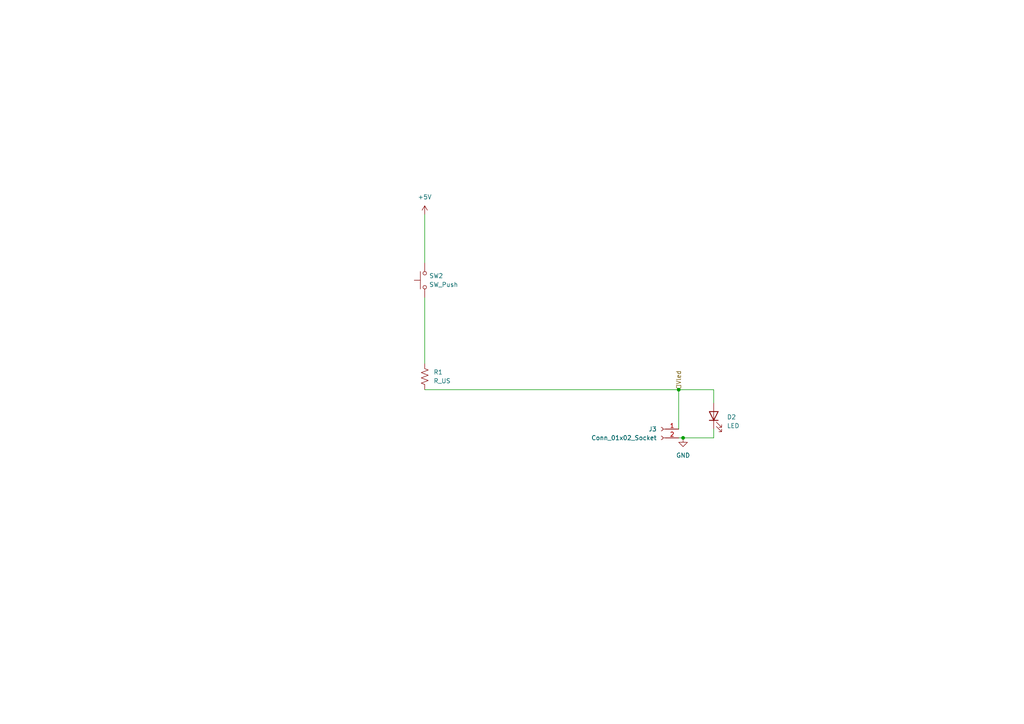
<source format=kicad_sch>
(kicad_sch (version 20230121) (generator eeschema)
  (paper "A4")
  (lib_symbols
    (symbol "Connector:Conn_01x02_Socket" (pin_names (offset 1.016) hide)
      (property "Reference" "J" (at 0 2.54 0))
      (property "Value" "Conn_01x02_Socket" (at 0 -5.08 0))
      (symbol "Conn_01x02_Socket_1_1"
        (arc (start 0 -2.032) (mid -0.5058 -2.54) (end 0 -3.048) (stroke (width 0.1524)))
        (polyline (pts (xy -1.27 -2.54) (xy -0.508 -2.54)) (stroke (width 0.1524)))
        (polyline (pts (xy -1.27 0) (xy -0.508 0)) (stroke (width 0.1524)))
        (arc (start 0 0.508) (mid -0.5058 0) (end 0 -0.508) (stroke (width 0.1524)))
        (pin passive line (at -5.08 0 0) (length 3.81) (name "Pin_1") (number "1"))
        (pin passive line (at -5.08 -2.54 0) (length 3.81) (name "Pin_2") (number "2"))
      )
    )
    (symbol "Device:LED" (pin_numbers hide) (pin_names (offset 1.016) hide)
      (property "Reference" "D" (at 0 2.54 0))
      (property "Value" "LED" (at 0 -2.54 0))
      (symbol "LED_0_1"
        (polyline (pts (xy -1.27 -1.27) (xy -1.27 1.27)) (stroke (width 0.254)))
        (polyline (pts (xy -1.27 0) (xy 1.27 0)))
        (polyline (pts (xy 1.27 -1.27) (xy 1.27 1.27) (xy -1.27 0) (xy 1.27 -1.27)) (stroke (width 0.254)))
        (polyline (pts (xy -3.048 -0.762) (xy -4.572 -2.286) (xy -3.81 -2.286) (xy -4.572 -2.286) (xy -4.572 -1.524)))
        (polyline (pts (xy -1.778 -0.762) (xy -3.302 -2.286) (xy -2.54 -2.286) (xy -3.302 -2.286) (xy -3.302 -1.524)))
      )
      (symbol "LED_1_1"
        (pin passive line (at -3.81 0 0) (length 2.54) (name "K") (number "1"))
        (pin passive line (at 3.81 0 180) (length 2.54) (name "A") (number "2"))
      )
    )
    (symbol "Device:R_US" (pin_numbers hide) (pin_names (offset 0))
      (property "Reference" "R" (at 2.54 0 90))
      (property "Value" "R_US" (at -2.54 0 90))
      (symbol "R_US_0_1"
        (polyline (pts (xy 0 -2.286) (xy 0 -2.54)))
        (polyline (pts (xy 0 2.286) (xy 0 2.54)))
        (polyline (pts (xy 0 -0.762) (xy 1.016 -1.143) (xy 0 -1.524) (xy -1.016 -1.905) (xy 0 -2.286)))
        (polyline (pts (xy 0 0.762) (xy 1.016 0.381) (xy 0 0) (xy -1.016 -0.381) (xy 0 -0.762)))
        (polyline (pts (xy 0 2.286) (xy 1.016 1.905) (xy 0 1.524) (xy -1.016 1.143) (xy 0 0.762)))
      )
      (symbol "R_US_1_1"
        (pin passive line (at 0 3.81 270) (length 1.27) (name "~") (number "1"))
        (pin passive line (at 0 -3.81 90) (length 1.27) (name "~") (number "2"))
      )
    )
    (symbol "Switch:SW_Push" (pin_numbers hide) (pin_names (offset 1.016) hide)
      (property "Reference" "SW" (at 1.27 2.54 0))
      (property "Value" "SW_Push" (at 0 -1.524 0))
      (symbol "SW_Push_0_1"
        (circle (center -2.032 0) (radius 0.508))
        (polyline (pts (xy 0 1.27) (xy 0 3.048)))
        (polyline (pts (xy 2.54 1.27) (xy -2.54 1.27)))
        (circle (center 2.032 0) (radius 0.508))
        (pin passive line (at -5.08 0 0) (length 2.54) (name "1") (number "1"))
        (pin passive line (at 5.08 0 180) (length 2.54) (name "2") (number "2"))
      )
    )
    (symbol "power:+5V" (power) (pin_names (offset 0))
      (property "Value" "+5V" (at 0 3.556 0))
      (symbol "+5V_0_1"
        (polyline (pts (xy -0.762 1.27) (xy 0 2.54)))
        (polyline (pts (xy 0 0) (xy 0 2.54)))
        (polyline (pts (xy 0 2.54) (xy 0.762 1.27)))
      )
      (symbol "+5V_1_1"
        (pin power_in line (at 0 0 90) (length 0) hide (name "+5V") (number "1"))
      )
    )
    (symbol "power:GND" (power) (pin_names (offset 0))
      (property "Value" "GND" (at 0 -3.81 0))
      (symbol "GND_0_1"
        (polyline (pts (xy 0 0) (xy 0 -1.27) (xy 1.27 -1.27) (xy 0 -2.54) (xy -1.27 -1.27) (xy 0 -1.27)))
      )
      (symbol "GND_1_1"
        (pin power_in line (at 0 0 270) (length 0) hide (name "GND") (number "1"))
      )
    )
  )
  (junction (at 196.85 113.03))
  (junction (at 198.12 127))
  (wire (pts (xy 123.19 113.03) (xy 196.85 113.03)))
  (wire (pts (xy 196.85 124.46) (xy 196.85 113.03)))
  (wire (pts (xy 123.19 62.23) (xy 123.19 76.2)))
  (wire (pts (xy 207.01 113.03) (xy 207.01 116.84)))
  (wire (pts (xy 123.19 86.36) (xy 123.19 105.41)))
  (wire (pts (xy 198.12 127) (xy 196.85 127)))
  (wire (pts (xy 196.85 113.03) (xy 207.01 113.03)))
  (wire (pts (xy 207.01 124.46) (xy 207.01 127)))
  (wire (pts (xy 207.01 127) (xy 198.12 127)))
  (hierarchical_label "Vled" (shape input) (at 196.85 113.03 90))
  (symbol (lib_id "power:GND") (at 198.12 127 0) (unit 1) (on_board no)
    (property "Reference" "#PWR07" (effects hide))
    (property "Value" "GND" (at 198.12 132.08 0))
  )
  (symbol (lib_id "Connector:Conn_01x02_Socket") (at 191.77 124.46 0) (mirror y) (unit 1) (on_board no)
    (property "Reference" "J3" (at 190.5 124.46 0) (effects (justify left)))
    (property "Value" "Conn_01x02_Socket" (at 190.5 127 0) (effects (justify left)))
    (property "Footprint" "Connector_PinHeader_2.54mm:PinHeader_1x02_P2.54mm_Vertical" (effects hide))
  )
  (symbol (lib_id "power:+5V") (at 123.19 62.23 0) (unit 1)
    (property "Reference" "#PWR06" (effects hide))
    (property "Value" "+5V" (at 123.19 57.15 0))
  )
  (symbol (lib_id "Device:LED") (at 207.01 120.65 90) (unit 1) (on_board no)
    (property "Reference" "D2" (at 210.82 120.9675 90) (effects (justify right)))
    (property "Value" "LED" (at 210.82 123.5075 90) (effects (justify right)))
  )
  (symbol (lib_id "Switch:SW_Push") (at 123.19 81.28 90) (unit 1)
    (property "Reference" "SW2" (at 124.46 80.01 90) (effects (justify right)))
    (property "Value" "SW_Push" (at 124.46 82.55 90) (effects (justify right)))
    (property "Footprint" "Button_Switch_THT:Push_E-Switch_KS01Q01" (effects hide))
  )
  (symbol (lib_id "Device:R_US") (at 123.19 109.22 0) (unit 1)
    (property "Reference" "R1" (at 125.73 107.95 0) (effects (justify left)))
    (property "Value" "R_US" (at 125.73 110.49 0) (effects (justify left)))
    (property "Footprint" "Resistor_THT:R_Axial_DIN0204_L3.6mm_D1.6mm_P2.54mm_Vertical" (effects hide))
  )
)
</source>
